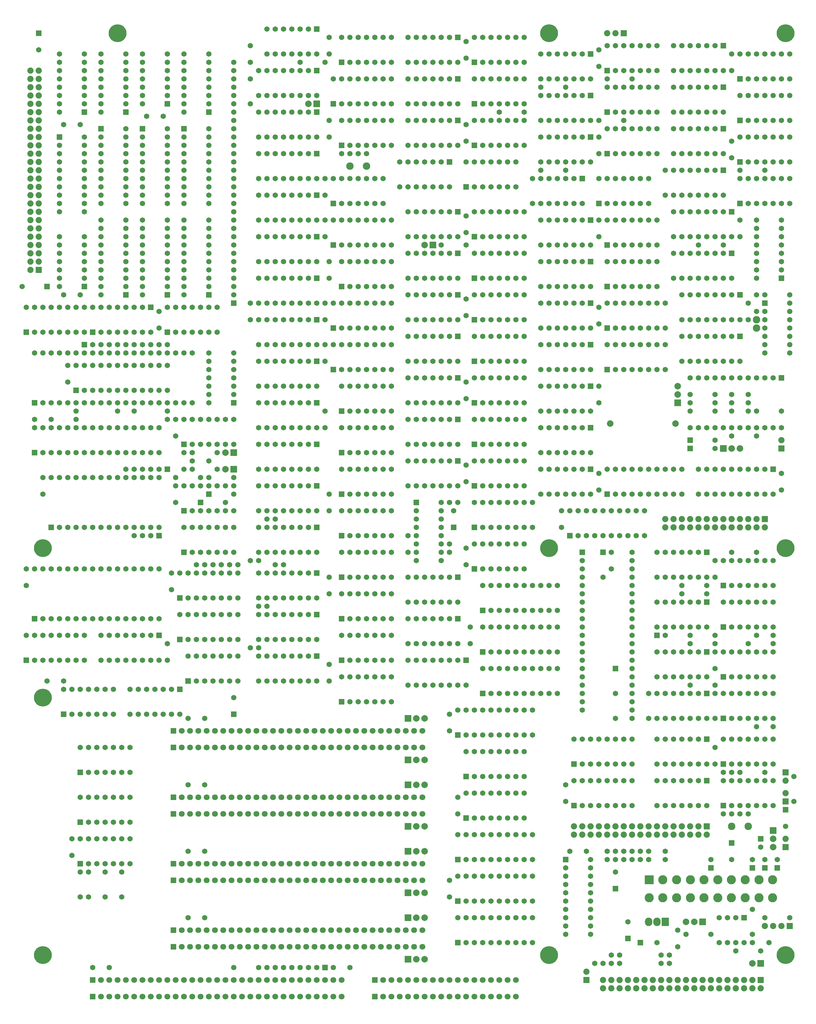
<source format=gbs>
G04*
G04  File:            MAINBOARD-V10.4.3.GBS, Wed Sep 10 00:17:25 2025*
G04  Source:          P-CAD 2006 PCB, Version 19.02.958, (D:\PCAD-2006\Projects\Pentagon-4096\Hardware\MainBoard-v10.4.3.PCB)*
G04  Format:          Gerber Format (RS-274-D), ASCII*
G04*
G04  Format Options:  Absolute Positioning*
G04                   Leading-Zero Suppression*
G04                   Scale Factor 1:1*
G04                   NO Circular Interpolation*
G04                   Inch Units*
G04                   Numeric Format: 4.4 (XXXX.XXXX)*
G04                   G54 NOT Used for Aperture Change*
G04                   Apertures Embedded*
G04*
G04  File Options:    Offset = (0.0mil,0.0mil)*
G04                   Drill Symbol Size = 80.0mil*
G04                   No Pad/Via Holes*
G04*
G04  File Contents:   Pads*
G04                   No Vias*
G04                   No Designators*
G04                   No Types*
G04                   No Values*
G04                   No Drill Symbols*
G04                   Bot Mask*
G04*
%INMAINBOARD-V10.4.3.GBS*%
%ICAS*%
%MOIN*%
G04*
G04  Aperture MACROs for general use --- invoked via D-code assignment *
G04*
G04  General MACRO for flashed round with rotation and/or offset hole *
%AMROTOFFROUND*
1,1,$1,0.0000,0.0000*
1,0,$2,$3,$4*%
G04*
G04  General MACRO for flashed oval (obround) with rotation and/or offset hole *
%AMROTOFFOVAL*
21,1,$1,$2,0.0000,0.0000,$3*
1,1,$4,$5,$6*
1,1,$4,0-$5,0-$6*
1,0,$7,$8,$9*%
G04*
G04  General MACRO for flashed oval (obround) with rotation and no hole *
%AMROTOVALNOHOLE*
21,1,$1,$2,0.0000,0.0000,$3*
1,1,$4,$5,$6*
1,1,$4,0-$5,0-$6*%
G04*
G04  General MACRO for flashed rectangle with rotation and/or offset hole *
%AMROTOFFRECT*
21,1,$1,$2,0.0000,0.0000,$3*
1,0,$4,$5,$6*%
G04*
G04  General MACRO for flashed rectangle with rotation and no hole *
%AMROTRECTNOHOLE*
21,1,$1,$2,0.0000,0.0000,$3*%
G04*
G04  General MACRO for flashed rounded-rectangle *
%AMROUNDRECT*
21,1,$1,$2-$4,0.0000,0.0000,$3*
21,1,$1-$4,$2,0.0000,0.0000,$3*
1,1,$4,$5,$6*
1,1,$4,$7,$8*
1,1,$4,0-$5,0-$6*
1,1,$4,0-$7,0-$8*
1,0,$9,$10,$11*%
G04*
G04  General MACRO for flashed rounded-rectangle with rotation and no hole *
%AMROUNDRECTNOHOLE*
21,1,$1,$2-$4,0.0000,0.0000,$3*
21,1,$1-$4,$2,0.0000,0.0000,$3*
1,1,$4,$5,$6*
1,1,$4,$7,$8*
1,1,$4,0-$5,0-$6*
1,1,$4,0-$7,0-$8*%
G04*
G04  General MACRO for flashed regular polygon *
%AMREGPOLY*
5,1,$1,0.0000,0.0000,$2,$3+$4*
1,0,$5,$6,$7*%
G04*
G04  General MACRO for flashed regular polygon with no hole *
%AMREGPOLYNOHOLE*
5,1,$1,0.0000,0.0000,$2,$3+$4*%
G04*
G04  General MACRO for target *
%AMTARGET*
6,0,0,$1,$2,$3,4,$4,$5,$6*%
G04*
G04  General MACRO for mounting hole *
%AMMTHOLE*
1,1,$1,0,0*
1,0,$2,0,0*
$1=$1-$2*
$1=$1/2*
21,1,$2+$1,$3,0,0,$4*
21,1,$3,$2+$1,0,0,$4*%
G04*
G04*
G04  D10 : "Ellipse X8.0mil Y8.0mil H0.0mil 0.0deg (0.0mil,0.0mil) Draw"*
G04  Disc: OuterDia=0.0080*
%ADD10C, 0.0080*%
G04  D11 : "Ellipse X10.0mil Y10.0mil H0.0mil 0.0deg (0.0mil,0.0mil) Draw"*
G04  Disc: OuterDia=0.0100*
%ADD11C, 0.0100*%
G04  D12 : "Ellipse X15.0mil Y15.0mil H0.0mil 0.0deg (0.0mil,0.0mil) Draw"*
G04  Disc: OuterDia=0.0150*
%ADD12C, 0.0150*%
G04  D13 : "Ellipse X25.0mil Y25.0mil H0.0mil 0.0deg (0.0mil,0.0mil) Draw"*
G04  Disc: OuterDia=0.0250*
%ADD13C, 0.0250*%
G04  D14 : "Ellipse X30.0mil Y30.0mil H0.0mil 0.0deg (0.0mil,0.0mil) Draw"*
G04  Disc: OuterDia=0.0300*
%ADD14C, 0.0300*%
G04  D15 : "Ellipse X40.0mil Y40.0mil H0.0mil 0.0deg (0.0mil,0.0mil) Draw"*
G04  Disc: OuterDia=0.0400*
%ADD15C, 0.0400*%
G04  D16 : "Ellipse X5.0mil Y5.0mil H0.0mil 0.0deg (0.0mil,0.0mil) Draw"*
G04  Disc: OuterDia=0.0050*
%ADD16C, 0.0050*%
G04  D17 : "Ellipse X6.0mil Y6.0mil H0.0mil 0.0deg (0.0mil,0.0mil) Draw"*
G04  Disc: OuterDia=0.0060*
%ADD17C, 0.0060*%
G04  D18 : "Ellipse X9.8mil Y9.8mil H0.0mil 0.0deg (0.0mil,0.0mil) Draw"*
G04  Disc: OuterDia=0.0098*
%ADD18C, 0.0098*%
G04  D19 : "Ellipse X110.0mil Y110.0mil H0.0mil 0.0deg (0.0mil,0.0mil) Flash"*
G04  Disc: OuterDia=0.1100*
%ADD19C, 0.1100*%
G04  D20 : "Ellipse X200.0mil Y200.0mil H0.0mil 0.0deg (0.0mil,0.0mil) Flash"*
G04  Disc: OuterDia=0.2000*
%ADD20C, 0.2000*%
G04  D21 : "Ellipse X215.0mil Y215.0mil H0.0mil 0.0deg (0.0mil,0.0mil) Flash"*
G04  Disc: OuterDia=0.2150*
%ADD21C, 0.2150*%
G04  D22 : "Ellipse X50.0mil Y50.0mil H0.0mil 0.0deg (0.0mil,0.0mil) Flash"*
G04  Disc: OuterDia=0.0500*
%ADD22C, 0.0500*%
G04  D23 : "Ellipse X56.0mil Y56.0mil H0.0mil 0.0deg (0.0mil,0.0mil) Flash"*
G04  Disc: OuterDia=0.0560*
%ADD23C, 0.0560*%
G04  D24 : "Ellipse X60.0mil Y60.0mil H0.0mil 0.0deg (0.0mil,0.0mil) Flash"*
G04  Disc: OuterDia=0.0600*
%ADD24C, 0.0600*%
G04  D25 : "Ellipse X64.0mil Y64.0mil H0.0mil 0.0deg (0.0mil,0.0mil) Flash"*
G04  Disc: OuterDia=0.0640*
%ADD25C, 0.0640*%
G04  D26 : "Ellipse X65.0mil Y65.0mil H0.0mil 0.0deg (0.0mil,0.0mil) Flash"*
G04  Disc: OuterDia=0.0650*
%ADD26C, 0.0650*%
G04  D27 : "Ellipse X71.0mil Y71.0mil H0.0mil 0.0deg (0.0mil,0.0mil) Flash"*
G04  Disc: OuterDia=0.0710*
%ADD27C, 0.0710*%
G04  D28 : "Ellipse X75.0mil Y75.0mil H0.0mil 0.0deg (0.0mil,0.0mil) Flash"*
G04  Disc: OuterDia=0.0750*
%ADD28C, 0.0750*%
G04  D29 : "Ellipse X79.0mil Y79.0mil H0.0mil 0.0deg (0.0mil,0.0mil) Flash"*
G04  Disc: OuterDia=0.0790*
%ADD29C, 0.0790*%
G04  D30 : "Ellipse X90.0mil Y90.0mil H0.0mil 0.0deg (0.0mil,0.0mil) Flash"*
G04  Disc: OuterDia=0.0900*
%ADD30C, 0.0900*%
G04  D31 : "Ellipse X95.0mil Y95.0mil H0.0mil 0.0deg (0.0mil,0.0mil) Flash"*
G04  Disc: OuterDia=0.0950*
%ADD31C, 0.0950*%
G04  D32 : "Oval X75.0mil Y87.0mil H0.0mil 0.0deg (0.0mil,0.0mil) Flash"*
G04  Obround: DimX=0.0750, DimY=0.0870, Rotation=0.0, OffsetX=0.0000, OffsetY=0.0000, HoleDia=0.0000 *
%ADD32O, 0.0750 X0.0870*%
G04  D33 : "Oval X90.0mil Y102.0mil H0.0mil 0.0deg (0.0mil,0.0mil) Flash"*
G04  Obround: DimX=0.0900, DimY=0.1020, Rotation=0.0, OffsetX=0.0000, OffsetY=0.0000, HoleDia=0.0000 *
%ADD33O, 0.0900 X0.1020*%
G04  D34 : "Rectangle X110.0mil Y110.0mil H0.0mil 0.0deg (0.0mil,0.0mil) Flash"*
G04  Square: Side=0.1100, Rotation=0.0, OffsetX=0.0000, OffsetY=0.0000, HoleDia=0.0000*
%ADD34R, 0.1100 X0.1100*%
G04  D35 : "Rectangle X50.0mil Y50.0mil H0.0mil 0.0deg (0.0mil,0.0mil) Flash"*
G04  Square: Side=0.0500, Rotation=0.0, OffsetX=0.0000, OffsetY=0.0000, HoleDia=0.0000*
%ADD35R, 0.0500 X0.0500*%
G04  D36 : "Rectangle X56.0mil Y56.0mil H0.0mil 0.0deg (0.0mil,0.0mil) Flash"*
G04  Square: Side=0.0560, Rotation=0.0, OffsetX=0.0000, OffsetY=0.0000, HoleDia=0.0000*
%ADD36R, 0.0560 X0.0560*%
G04  D37 : "Rectangle X60.0mil Y60.0mil H0.0mil 0.0deg (0.0mil,0.0mil) Flash"*
G04  Square: Side=0.0600, Rotation=0.0, OffsetX=0.0000, OffsetY=0.0000, HoleDia=0.0000*
%ADD37R, 0.0600 X0.0600*%
G04  D38 : "Rectangle X64.0mil Y64.0mil H0.0mil 0.0deg (0.0mil,0.0mil) Flash"*
G04  Square: Side=0.0640, Rotation=0.0, OffsetX=0.0000, OffsetY=0.0000, HoleDia=0.0000*
%ADD38R, 0.0640 X0.0640*%
G04  D39 : "Rectangle X65.0mil Y65.0mil H0.0mil 0.0deg (0.0mil,0.0mil) Flash"*
G04  Square: Side=0.0650, Rotation=0.0, OffsetX=0.0000, OffsetY=0.0000, HoleDia=0.0000*
%ADD39R, 0.0650 X0.0650*%
G04  D40 : "Rectangle X71.0mil Y71.0mil H0.0mil 0.0deg (0.0mil,0.0mil) Flash"*
G04  Square: Side=0.0710, Rotation=0.0, OffsetX=0.0000, OffsetY=0.0000, HoleDia=0.0000*
%ADD40R, 0.0710 X0.0710*%
G04  D41 : "Rectangle X75.0mil Y75.0mil H0.0mil 0.0deg (0.0mil,0.0mil) Flash"*
G04  Square: Side=0.0750, Rotation=0.0, OffsetX=0.0000, OffsetY=0.0000, HoleDia=0.0000*
%ADD41R, 0.0750 X0.0750*%
G04  D42 : "Rectangle X75.0mil Y87.0mil H0.0mil 0.0deg (0.0mil,0.0mil) Flash"*
G04  Rectangular: DimX=0.0750, DimY=0.0870, Rotation=0.0, OffsetX=0.0000, OffsetY=0.0000, HoleDia=0.0000 *
%ADD42R, 0.0750 X0.0870*%
G04  D43 : "Rectangle X79.0mil Y79.0mil H0.0mil 0.0deg (0.0mil,0.0mil) Flash"*
G04  Square: Side=0.0790, Rotation=0.0, OffsetX=0.0000, OffsetY=0.0000, HoleDia=0.0000*
%ADD43R, 0.0790 X0.0790*%
G04  D44 : "Rectangle X90.0mil Y102.0mil H0.0mil 0.0deg (0.0mil,0.0mil) Flash"*
G04  Rectangular: DimX=0.0900, DimY=0.1020, Rotation=0.0, OffsetX=0.0000, OffsetY=0.0000, HoleDia=0.0000 *
%ADD44R, 0.0900 X0.1020*%
G04  D45 : "Rectangle X95.0mil Y95.0mil H0.0mil 0.0deg (0.0mil,0.0mil) Flash"*
G04  Square: Side=0.0950, Rotation=0.0, OffsetX=0.0000, OffsetY=0.0000, HoleDia=0.0000*
%ADD45R, 0.0950 X0.0950*%
G04  D46 : "Ellipse X102.0mil Y102.0mil H0.0mil 0.0deg (0.0mil,0.0mil) Flash"*
G04  Disc: OuterDia=0.1020*
%ADD46C, 0.1020*%
G04  D47 : "Ellipse X118.0mil Y118.0mil H0.0mil 0.0deg (0.0mil,0.0mil) Flash"*
G04  Disc: OuterDia=0.1180*
%ADD47C, 0.1180*%
G04  D48 : "Ellipse X133.0mil Y133.0mil H0.0mil 0.0deg (0.0mil,0.0mil) Flash"*
G04  Disc: OuterDia=0.1330*
%ADD48C, 0.1330*%
G04  D49 : "Ellipse X20.0mil Y20.0mil H0.0mil 0.0deg (0.0mil,0.0mil) Flash"*
G04  Disc: OuterDia=0.0200*
%ADD49C, 0.0200*%
G04  D50 : "Ellipse X35.0mil Y35.0mil H0.0mil 0.0deg (0.0mil,0.0mil) Flash"*
G04  Disc: OuterDia=0.0350*
%ADD50C, 0.0350*%
G04  D51 : "Ellipse X55.0mil Y55.0mil H0.0mil 0.0deg (0.0mil,0.0mil) Flash"*
G04  Disc: OuterDia=0.0550*
%ADD51C, 0.0550*%
G04  D52 : "Ellipse X70.0mil Y70.0mil H0.0mil 0.0deg (0.0mil,0.0mil) Flash"*
G04  Disc: OuterDia=0.0700*
%ADD52C, 0.0700*%
G04  D53 : "Ellipse X87.0mil Y87.0mil H0.0mil 0.0deg (0.0mil,0.0mil) Flash"*
G04  Disc: OuterDia=0.0870*
%ADD53C, 0.0870*%
G04*
%FSLAX44Y44*%
%SFA1B1*%
%OFA0.0000B0.0000*%
G04*
G70*
G90*
G01*
D2*
%LNBot Mask*%
D26*
X154000Y123500D3*
Y125500D3*
X155000Y153500D3*
Y155500D3*
Y183500D3*
Y185500D3*
Y204500D3*
Y206500D3*
D21*
X193500Y106500D3*
Y217500D3*
D26*
X104000Y162000D3*
Y164000D3*
X107000Y175500D3*
Y177500D3*
X109500Y116500D3*
Y113500D3*
X108500Y116500D3*
Y113500D3*
X111500Y116500D3*
Y113500D3*
X119000Y144000D3*
Y142000D3*
X118000Y177500D3*
Y174500D3*
X119000Y172000D3*
Y171000D3*
Y177500D3*
Y174500D3*
X118000Y184000D3*
Y182000D3*
X121000Y167000D3*
Y165000D3*
X127500Y153500D3*
X126500D3*
X138500Y141500D3*
Y139500D3*
Y152000D3*
Y150000D3*
Y162000D3*
Y160000D3*
Y188000D3*
Y190000D3*
Y215000D3*
Y217000D3*
X148000Y155000D3*
Y157000D3*
X155000Y163500D3*
Y165500D3*
Y173500D3*
Y175500D3*
Y214500D3*
Y216500D3*
X167000Y125000D3*
Y127000D3*
X166500Y158000D3*
Y160000D3*
X172500Y105500D3*
Y106500D3*
X173000Y118000D3*
Y119000D3*
X172000D3*
Y118000D3*
D39*
X173000Y141000D3*
D26*
Y138000D3*
X172500Y155000D3*
Y153000D3*
X175000Y118000D3*
Y119000D3*
X176000Y118000D3*
Y119000D3*
X178500Y105500D3*
Y106500D3*
D39*
X184500Y117000D3*
D26*
Y118000D3*
X185000Y131500D3*
Y129500D3*
Y141000D3*
Y143000D3*
Y135000D3*
Y138000D3*
Y152000D3*
Y154000D3*
X187000Y202500D3*
Y204500D3*
Y213000D3*
Y215000D3*
D39*
X190500Y120500D3*
D26*
Y119500D3*
X190000Y186000D3*
Y184000D3*
D39*
X193500Y124000D3*
D26*
Y122000D3*
D41*
Y128500D3*
D28*
Y127500D3*
D21*
Y155500D3*
D26*
X193000Y164500D3*
Y162500D3*
D39*
X110000Y181500D3*
D26*
Y184500D3*
X138500Y205000D3*
Y207000D3*
X155000Y193500D3*
Y195500D3*
X180500Y109500D3*
Y107500D3*
X188000Y195000D3*
Y193000D3*
X189500Y109000D3*
Y112000D3*
D41*
X193500Y119500D3*
D28*
Y120500D3*
D21*
X104000Y106500D3*
D26*
X104500Y139500D3*
X106500D3*
X119500Y150500D3*
Y152500D3*
X117000Y157000D3*
X116000D3*
D39*
X118000D3*
D26*
X115000D3*
Y172000D3*
X113000D3*
X118500Y207500D3*
X116500D3*
D21*
X113000Y217500D3*
D26*
X131000Y148500D3*
X130000D3*
X124000Y164000D3*
X127000D3*
X122000Y166000D3*
X124000D3*
X122000Y167000D3*
X125000D3*
X142000Y203000D3*
X143000D3*
X140000D3*
X141000D3*
X135000Y214000D3*
X138000D3*
D29*
X150000Y119000D3*
D43*
X148000D3*
D29*
X149000D3*
X150000Y122000D3*
D43*
X148000D3*
D29*
X149000D3*
X150000Y127000D3*
D43*
X148000D3*
D29*
X149000D3*
X150000Y130000D3*
D43*
X148000D3*
D29*
X149000D3*
D21*
X165000Y106500D3*
D26*
X162000Y208000D3*
X159000D3*
X167000Y211000D3*
X164000D3*
D21*
X165000Y217500D3*
D39*
X174500Y108500D3*
D26*
Y110500D3*
D39*
X173000Y114500D3*
D26*
Y116500D3*
X179000Y119000D3*
Y118000D3*
D39*
X178000Y145000D3*
D26*
X179000D3*
X171000Y162500D3*
Y164500D3*
X172000Y212000D3*
X175000D3*
X171000Y213500D3*
Y215500D3*
X187500Y107000D3*
X190500D3*
D30*
X187000Y122000D3*
X189000D3*
D26*
X190000Y134000D3*
X192000D3*
X185000Y139000D3*
X182000D3*
X192000Y145000D3*
X190000D3*
X185000D3*
X182000D3*
X190000Y155000D3*
X187000D3*
Y169000D3*
X190000D3*
X187000Y172000D3*
X189000D3*
Y173000D3*
X187000D3*
X182000D3*
X185000D3*
Y172000D3*
X182000D3*
X107500Y118500D3*
Y120500D3*
D21*
X104000Y137500D3*
D26*
X102000Y151000D3*
Y153000D3*
D21*
X104000Y155500D3*
D26*
X105000Y171000D3*
X103000D3*
X108000Y172000D3*
Y171000D3*
D39*
X104500Y187000D3*
D26*
X101500D3*
X108500Y186000D3*
X106500D3*
X108500Y206500D3*
X106500D3*
X110000Y105000D3*
X112000D3*
X113500Y116500D3*
Y113500D3*
X116500Y138500D3*
X115500D3*
X118500D3*
X119500D3*
X115500Y135500D3*
X116500D3*
X119500D3*
X118500D3*
X117500Y138500D3*
X114500D3*
D39*
X120500D3*
D26*
X114500Y135500D3*
X117500D3*
X120500D3*
X115000Y165000D3*
X114000D3*
X117000D3*
X118000D3*
X116000D3*
D39*
X119000D3*
D26*
X120000Y161000D3*
Y163000D3*
X119000Y180000D3*
X118000D3*
X114000Y215000D3*
Y212000D3*
Y213000D3*
Y210000D3*
Y209000D3*
X111000Y215000D3*
Y213000D3*
Y212000D3*
Y209000D3*
Y210000D3*
X114000Y211000D3*
Y214000D3*
D39*
Y208000D3*
D26*
X111000Y214000D3*
Y211000D3*
Y208000D3*
X119000Y213000D3*
Y214000D3*
Y211000D3*
Y210000D3*
X116000Y214000D3*
Y213000D3*
Y210000D3*
Y211000D3*
X119000Y212000D3*
Y215000D3*
D39*
Y209000D3*
D26*
X116000Y215000D3*
Y212000D3*
Y209000D3*
X130000Y105000D3*
X127000D3*
D39*
Y135500D3*
D26*
Y137500D3*
X130000Y143500D3*
X129000D3*
X123500Y153500D3*
X122500D3*
X125500D3*
X124500D3*
X130000Y154000D3*
X129000D3*
D39*
X124000Y162000D3*
D26*
X127000D3*
X122000Y165000D3*
X125000D3*
D29*
X126000Y167000D3*
D43*
X127000D3*
D29*
X126000Y165000D3*
D43*
X127000D3*
D26*
Y177000D3*
Y178000D3*
Y175000D3*
Y174000D3*
X124000Y178000D3*
Y177000D3*
Y174000D3*
Y175000D3*
X127000Y176000D3*
Y179000D3*
D39*
Y173000D3*
D26*
X124000Y179000D3*
Y176000D3*
Y173000D3*
X129000Y183000D3*
Y185000D3*
Y209000D3*
Y212000D3*
Y216000D3*
Y214000D3*
X141000Y105000D3*
X139000D3*
X138000Y178000D3*
Y180000D3*
Y172000D3*
Y170000D3*
Y183000D3*
Y185000D3*
D30*
X141000Y201500D3*
X143000D3*
D26*
X138000Y198000D3*
Y200000D3*
X153000Y113500D3*
Y115500D3*
X148000Y142000D3*
X151000D3*
X150000D3*
X153000D3*
X154000D3*
X148000Y139000D3*
X150000D3*
X151000D3*
X153000D3*
X154000D3*
X152000Y142000D3*
X149000D3*
D39*
X155000D3*
D26*
X149000Y139000D3*
X152000D3*
X155000D3*
D29*
X150000Y135000D3*
D43*
X148000D3*
D29*
X149000D3*
D26*
X150000Y152000D3*
X149000D3*
X152000D3*
X153000D3*
X149000Y149000D3*
X150000D3*
X153000D3*
X152000D3*
X151000Y152000D3*
X148000D3*
D39*
X154000D3*
D26*
X148000Y149000D3*
X151000D3*
X154000D3*
X153000Y155000D3*
Y156000D3*
D39*
X153500Y158000D3*
D26*
Y160000D3*
X150000Y166000D3*
X149000D3*
X152000D3*
X153000D3*
X149000Y163000D3*
X150000D3*
X153000D3*
X152000D3*
X151000Y166000D3*
X148000D3*
D39*
X154000D3*
D26*
X148000Y163000D3*
X151000D3*
X154000D3*
Y161000D3*
X153000D3*
X150000Y176000D3*
X149000D3*
X152000D3*
X153000D3*
X149000Y173000D3*
X150000D3*
X153000D3*
X152000D3*
X151000Y176000D3*
X148000D3*
D39*
X154000D3*
D26*
X148000Y173000D3*
X151000D3*
X154000D3*
X152000Y192000D3*
X155000D3*
X150000Y186000D3*
X149000D3*
X152000D3*
X153000D3*
X149000Y183000D3*
X150000D3*
X153000D3*
X152000D3*
X151000Y186000D3*
X148000D3*
D39*
X154000D3*
D26*
X148000Y183000D3*
X151000D3*
X154000D3*
X150000Y191000D3*
X149000D3*
X152000D3*
X153000D3*
X149000Y188000D3*
X150000D3*
X153000D3*
X152000D3*
X151000Y191000D3*
X148000D3*
D39*
X154000D3*
D26*
X148000Y188000D3*
X151000D3*
X154000D3*
X149000Y202000D3*
X148000D3*
X151000D3*
X152000D3*
X148000Y199000D3*
X149000D3*
X152000D3*
X151000D3*
X150000Y202000D3*
X147000D3*
D39*
X153000D3*
D26*
X147000Y199000D3*
X150000D3*
X153000D3*
X150000Y212000D3*
X149000D3*
X152000D3*
X153000D3*
X149000Y209000D3*
X150000D3*
X153000D3*
X152000D3*
X151000Y212000D3*
X148000D3*
D39*
X154000D3*
D26*
X148000Y209000D3*
X151000D3*
X154000D3*
D21*
X165000Y155500D3*
D26*
X164000Y201000D3*
X167000D3*
D39*
X176000Y108000D3*
D26*
X178000D3*
X170500Y105500D3*
X171500D3*
X173500D3*
Y106500D3*
X179500Y105500D3*
Y106500D3*
X177000Y118000D3*
Y119000D3*
X174000D3*
Y118000D3*
X173000Y135000D3*
X175000D3*
D39*
X171500Y155000D3*
D26*
Y152000D3*
X171000Y173000D3*
Y175000D3*
X179000Y177000D3*
X176000D3*
X177000D3*
X174000D3*
X173000D3*
X179000Y180000D3*
X177000D3*
X176000D3*
X173000D3*
X174000D3*
X175000Y177000D3*
X178000D3*
D39*
X172000D3*
D26*
X178000Y180000D3*
X175000D3*
X172000D3*
D29*
X180500Y174000D3*
Y175000D3*
D43*
Y173000D3*
D26*
X179000Y182000D3*
X176000D3*
X177000D3*
X174000D3*
X173000D3*
X179000Y185000D3*
X177000D3*
X176000D3*
X173000D3*
X174000D3*
X175000Y182000D3*
X178000D3*
D39*
X172000D3*
D26*
X178000Y185000D3*
X175000D3*
X172000D3*
X176000Y187000D3*
X177000D3*
X174000D3*
X173000D3*
X177000Y190000D3*
X176000D3*
X173000D3*
X174000D3*
X175000Y187000D3*
X178000D3*
D39*
X172000D3*
D26*
X178000Y190000D3*
X175000D3*
X172000D3*
X171000Y182500D3*
Y184500D3*
Y203000D3*
Y205000D3*
X175000Y197000D3*
X176000D3*
X173000D3*
X172000D3*
X176000Y200000D3*
X175000D3*
X172000D3*
X173000D3*
X174000Y197000D3*
X177000D3*
D39*
X171000D3*
D26*
X177000Y200000D3*
X174000D3*
X171000D3*
X176000Y208000D3*
X177000D3*
X174000D3*
X173000D3*
X177000Y211000D3*
X176000D3*
X173000D3*
X174000D3*
X175000Y208000D3*
X178000D3*
D39*
X172000D3*
D26*
X178000Y211000D3*
X175000D3*
X172000D3*
X176000Y213000D3*
X177000D3*
X174000D3*
X173000D3*
X177000Y216000D3*
X176000D3*
X173000D3*
X174000D3*
X175000Y213000D3*
X178000D3*
D39*
X172000D3*
D26*
X178000Y216000D3*
X175000D3*
X172000D3*
X171000Y207000D3*
X174000D3*
X191500Y108000D3*
X189500D3*
D29*
Y105500D3*
D43*
X190500D3*
D39*
X187000Y120000D3*
D26*
Y118000D3*
D39*
X189500Y117000D3*
D26*
Y118000D3*
D39*
X191000Y117000D3*
D26*
Y118000D3*
X190000Y129500D3*
X191000D3*
X188000D3*
X187000D3*
X191000Y132500D3*
X190000D3*
X187000D3*
X188000D3*
X189000Y129500D3*
X192000D3*
D39*
X186000D3*
D26*
X192000Y132500D3*
X189000D3*
X186000D3*
X190000Y124500D3*
X191000D3*
X188000D3*
X187000D3*
X191000Y127500D3*
X190000D3*
X187000D3*
X188000D3*
X189000Y124500D3*
X192000D3*
D39*
X186000D3*
D26*
X192000Y127500D3*
X189000D3*
X186000D3*
Y123500D3*
X187000D3*
X188000D3*
X189000D3*
X191000Y128500D3*
X188000D3*
X187000D3*
X186000D3*
X190000Y140000D3*
X191000D3*
X188000D3*
X187000D3*
X191000Y143000D3*
X190000D3*
X187000D3*
X188000D3*
X189000Y140000D3*
X192000D3*
D39*
X186000D3*
D26*
X192000Y143000D3*
X189000D3*
X186000D3*
X190000Y135000D3*
X191000D3*
X188000D3*
X187000D3*
X191000Y138000D3*
X190000D3*
X187000D3*
X188000D3*
X189000Y135000D3*
X192000D3*
D39*
X186000D3*
D26*
X192000Y138000D3*
X189000D3*
X186000D3*
X192000Y144000D3*
X189000D3*
X185000D3*
X182000D3*
X190000Y151000D3*
X191000D3*
X188000D3*
X187000D3*
X191000Y154000D3*
X190000D3*
X187000D3*
X188000D3*
X189000Y151000D3*
X192000D3*
D39*
X186000D3*
D26*
X192000Y154000D3*
X189000D3*
X186000D3*
X190000Y146000D3*
X191000D3*
X188000D3*
X187000D3*
X191000Y149000D3*
X190000D3*
X187000D3*
X188000D3*
X189000Y146000D3*
X192000D3*
D39*
X186000D3*
D26*
X192000Y149000D3*
X189000D3*
X186000D3*
X184000Y165000D3*
X183000D3*
X187000D3*
X186000D3*
X190000D3*
X189000D3*
D39*
X192000D3*
D26*
X184000Y162000D3*
X183000D3*
X187000D3*
X186000D3*
X190000D3*
X189000D3*
X192000D3*
X185000Y165000D3*
X188000D3*
X191000D3*
X185000Y162000D3*
X188000D3*
X191000D3*
D39*
X182000Y167500D3*
D26*
X185000D3*
D29*
X188000D3*
D43*
X186000D3*
D29*
X187000D3*
D26*
X189000Y174000D3*
X187000D3*
X185000D3*
X182000D3*
X183000Y192000D3*
X186000D3*
X189000Y185000D3*
Y183000D3*
X188000Y201000D3*
X191000D3*
X194500Y125000D3*
Y128000D3*
D39*
X103500Y217500D3*
D26*
Y215500D3*
X111000Y145000D3*
X114000D3*
X113000D3*
X116000D3*
X117000D3*
X111000Y142000D3*
X113000D3*
X114000D3*
X116000D3*
X117000D3*
X115000Y145000D3*
X112000D3*
D39*
X118000D3*
D26*
X112000Y142000D3*
X115000D3*
X118000D3*
X114000Y194000D3*
Y195000D3*
Y191000D3*
Y192000D3*
Y188000D3*
Y189000D3*
D39*
Y186000D3*
D26*
X111000Y194000D3*
Y195000D3*
Y191000D3*
Y192000D3*
Y188000D3*
Y189000D3*
Y186000D3*
X114000Y193000D3*
Y190000D3*
Y187000D3*
X111000Y193000D3*
Y190000D3*
Y187000D3*
X119000Y194000D3*
Y195000D3*
Y191000D3*
Y192000D3*
Y188000D3*
Y189000D3*
D39*
Y186000D3*
D26*
X116000Y194000D3*
Y195000D3*
Y191000D3*
Y192000D3*
Y188000D3*
Y189000D3*
Y186000D3*
X119000Y193000D3*
Y190000D3*
Y187000D3*
X116000Y193000D3*
Y190000D3*
Y187000D3*
X120000Y169000D3*
Y171000D3*
X113000Y184500D3*
X112000D3*
X115000D3*
X116000D3*
X112000Y181500D3*
X113000D3*
X116000D3*
X115000D3*
X114000Y184500D3*
X111000D3*
D39*
X117000D3*
D26*
X111000Y181500D3*
X114000D3*
X117000D3*
X138000Y193000D3*
Y195000D3*
X153000Y133500D3*
Y135500D3*
X150000Y147000D3*
X149000D3*
X152000D3*
X153000D3*
X149000Y144000D3*
X150000D3*
X153000D3*
X152000D3*
X151000Y147000D3*
X148000D3*
D39*
X154000D3*
D26*
X148000Y144000D3*
X151000D3*
X154000D3*
X155500Y146000D3*
Y144000D3*
X149000Y154000D3*
Y157000D3*
Y156000D3*
Y159000D3*
Y160000D3*
X152000Y154000D3*
Y156000D3*
Y157000D3*
Y160000D3*
Y159000D3*
X149000Y158000D3*
Y155000D3*
D39*
Y161000D3*
D26*
X152000Y155000D3*
Y158000D3*
Y161000D3*
X150000Y196000D3*
X149000D3*
X152000D3*
X153000D3*
X149000Y193000D3*
X150000D3*
X153000D3*
X152000D3*
X151000Y196000D3*
X148000D3*
D39*
X154000D3*
D26*
X148000Y193000D3*
X151000D3*
X154000D3*
X150000Y171000D3*
X149000D3*
X152000D3*
X153000D3*
X149000Y168000D3*
X150000D3*
X153000D3*
X152000D3*
X151000Y171000D3*
X148000D3*
D39*
X154000D3*
D26*
X148000Y168000D3*
X151000D3*
X154000D3*
X150000Y181000D3*
X149000D3*
X152000D3*
X153000D3*
X149000Y178000D3*
X150000D3*
X153000D3*
X152000D3*
X151000Y181000D3*
X148000D3*
D39*
X154000D3*
D26*
X148000Y178000D3*
X151000D3*
X154000D3*
D29*
X150000Y192000D3*
D43*
X151000D3*
D26*
X150000Y217000D3*
X149000D3*
X152000D3*
X153000D3*
X149000Y214000D3*
X150000D3*
X153000D3*
X152000D3*
X151000Y217000D3*
X148000D3*
D39*
X154000D3*
D26*
X148000Y214000D3*
X151000D3*
X154000D3*
X150000Y207000D3*
X149000D3*
X152000D3*
X153000D3*
X149000Y204000D3*
X150000D3*
X153000D3*
X152000D3*
X151000Y207000D3*
X148000D3*
D39*
X154000D3*
D26*
X148000Y204000D3*
X151000D3*
X154000D3*
D44*
X179000Y110500D3*
D33*
X177000D3*
X178000D3*
D26*
X171000Y193000D3*
Y195000D3*
X176000Y192000D3*
X177000D3*
X174000D3*
X173000D3*
X177000Y195000D3*
X176000D3*
X173000D3*
X174000D3*
X175000Y192000D3*
X178000D3*
D39*
X172000D3*
D26*
X178000Y195000D3*
X175000D3*
X172000D3*
D29*
X180250Y170500D3*
X172375D3*
D26*
X176000Y203000D3*
X177000D3*
X174000D3*
X173000D3*
X177000Y206000D3*
X176000D3*
X173000D3*
X174000D3*
X175000Y203000D3*
X178000D3*
D39*
X172000D3*
D26*
X178000Y206000D3*
X175000D3*
X172000D3*
X186500Y111000D3*
X185500D3*
D39*
X188500D3*
D26*
X186500Y108000D3*
X185500D3*
X188500D3*
X187500Y111000D3*
Y108000D3*
D29*
X192000Y119500D3*
D43*
Y121500D3*
D29*
Y120500D3*
D39*
X182000Y168500D3*
D26*
X185000D3*
D30*
X190000Y183000D3*
Y182000D3*
D26*
X106000Y197000D3*
Y196000D3*
Y200000D3*
Y199000D3*
Y203000D3*
Y202000D3*
D39*
Y205000D3*
D26*
X109000Y197000D3*
Y196000D3*
Y200000D3*
Y199000D3*
Y203000D3*
Y202000D3*
Y205000D3*
X106000Y198000D3*
Y201000D3*
Y204000D3*
X109000Y198000D3*
Y201000D3*
Y204000D3*
D28*
X102500Y212000D3*
Y213000D3*
Y209000D3*
Y210000D3*
Y206000D3*
Y207000D3*
Y203000D3*
Y204000D3*
Y200000D3*
Y201000D3*
Y197000D3*
Y198000D3*
Y194000D3*
Y195000D3*
Y191000D3*
Y192000D3*
Y189000D3*
Y211000D3*
Y208000D3*
Y205000D3*
Y202000D3*
Y199000D3*
Y196000D3*
Y193000D3*
Y190000D3*
X103500Y212000D3*
Y213000D3*
Y209000D3*
Y210000D3*
Y206000D3*
Y207000D3*
Y203000D3*
Y204000D3*
Y200000D3*
Y201000D3*
Y197000D3*
Y198000D3*
Y194000D3*
Y195000D3*
Y191000D3*
Y192000D3*
D41*
Y189000D3*
D28*
Y211000D3*
Y208000D3*
Y205000D3*
Y202000D3*
Y199000D3*
Y196000D3*
Y193000D3*
Y190000D3*
D26*
X111000Y198000D3*
Y197000D3*
Y201000D3*
Y200000D3*
Y204000D3*
Y203000D3*
D39*
Y206000D3*
D26*
X114000Y198000D3*
Y197000D3*
Y201000D3*
Y200000D3*
Y204000D3*
Y203000D3*
Y206000D3*
X111000Y199000D3*
Y202000D3*
Y205000D3*
X114000Y199000D3*
Y202000D3*
Y205000D3*
X116000Y198000D3*
Y197000D3*
Y201000D3*
Y200000D3*
Y204000D3*
Y203000D3*
D39*
Y206000D3*
D26*
X119000Y198000D3*
Y197000D3*
Y201000D3*
Y200000D3*
Y204000D3*
Y203000D3*
Y206000D3*
X116000Y199000D3*
Y202000D3*
Y205000D3*
X119000Y199000D3*
Y202000D3*
Y205000D3*
X127000Y214000D3*
Y213000D3*
Y211000D3*
Y210000D3*
Y208000D3*
Y207000D3*
Y205000D3*
Y204000D3*
Y202000D3*
Y201000D3*
Y199000D3*
Y198000D3*
Y196000D3*
Y195000D3*
Y193000D3*
Y192000D3*
Y190000D3*
Y189000D3*
Y187000D3*
Y186000D3*
Y212000D3*
Y209000D3*
Y206000D3*
Y203000D3*
Y200000D3*
Y197000D3*
Y194000D3*
Y191000D3*
Y188000D3*
D39*
Y185000D3*
D29*
X150000Y106000D3*
D43*
X148000D3*
D29*
X149000D3*
D26*
X123500Y119000D3*
X121500D3*
X123500Y127000D3*
X121500D3*
D39*
X123000Y161000D3*
D26*
X126000D3*
X123000Y164000D3*
X120000D3*
D29*
X136000Y209000D3*
D43*
X137000D3*
D41*
X194000Y110000D3*
D28*
X193000D3*
X191000D3*
X192000D3*
D26*
X181500Y109000D3*
X184500D3*
X167500Y119000D3*
X169500D3*
X184000Y151000D3*
X181000D3*
X193000Y172000D3*
X190000D3*
D41*
X174000Y217500D3*
D28*
X172000D3*
X173000D3*
D26*
X131000Y105000D3*
X133000D3*
X134000D3*
X136000D3*
X137000D3*
X132000D3*
X135000D3*
D39*
X138000D3*
D26*
X112500Y117500D3*
X113500D3*
X110500D3*
X109500D3*
X113500Y120500D3*
X112500D3*
X109500D3*
X110500D3*
X111500Y117500D3*
X114500D3*
D39*
X108500D3*
D26*
X114500Y120500D3*
X111500D3*
X108500D3*
X123500Y111000D3*
X121500D3*
D29*
X150000Y114000D3*
D43*
X148000D3*
D29*
X149000D3*
X150000Y111000D3*
D43*
X148000D3*
D29*
X149000D3*
D26*
X112500Y122500D3*
X113500D3*
X110500D3*
X109500D3*
X113500Y125500D3*
X112500D3*
X109500D3*
X110500D3*
X111500Y122500D3*
X114500D3*
D39*
X108500D3*
D26*
X114500Y125500D3*
X111500D3*
X108500D3*
X112500Y128500D3*
X113500D3*
X110500D3*
X109500D3*
X113500Y131500D3*
X112500D3*
X109500D3*
X110500D3*
X111500Y128500D3*
X114500D3*
D39*
X108500D3*
D26*
X114500Y131500D3*
X111500D3*
X108500D3*
X130000Y142500D3*
X133000D3*
X132000D3*
X135000D3*
X136000D3*
X130000Y139500D3*
X132000D3*
X133000D3*
X136000D3*
X135000D3*
X134000Y142500D3*
X131000D3*
D39*
X137000D3*
D26*
X131000Y139500D3*
X134000D3*
X137000D3*
X144000Y142000D3*
X145000D3*
X142000D3*
X141000D3*
X145000Y145000D3*
X144000D3*
X141000D3*
X142000D3*
X143000Y142000D3*
X146000D3*
D39*
X140000D3*
D26*
X146000Y145000D3*
X143000D3*
X140000D3*
X144000Y137000D3*
X145000D3*
X142000D3*
X141000D3*
X145000Y140000D3*
X144000D3*
X141000D3*
X142000D3*
X143000Y137000D3*
X146000D3*
D39*
X140000D3*
D26*
X146000Y140000D3*
X143000D3*
X140000D3*
X125500Y139500D3*
X126500D3*
X123500D3*
X122500D3*
X126500Y142500D3*
X125500D3*
X122500D3*
X123500D3*
X124500Y139500D3*
X127500D3*
D39*
X121500D3*
D26*
X127500Y142500D3*
X124500D3*
X121500D3*
X110500Y135500D3*
X111500D3*
X108500D3*
X107500D3*
X111500Y138500D3*
X110500D3*
X107500D3*
X108500D3*
X109500Y135500D3*
X112500D3*
D39*
X106500D3*
D26*
X112500Y138500D3*
X109500D3*
X106500D3*
X123500Y135000D3*
X121500D3*
X130000Y152500D3*
X133000D3*
X132000D3*
X135000D3*
X136000D3*
X130000Y149500D3*
X132000D3*
X133000D3*
X135000D3*
X136000D3*
X134000Y152500D3*
X131000D3*
D39*
X137000D3*
D26*
X131000Y149500D3*
X134000D3*
X137000D3*
X144000Y147000D3*
X145000D3*
X142000D3*
X141000D3*
X145000Y150000D3*
X144000D3*
X141000D3*
X142000D3*
X143000Y147000D3*
X146000D3*
D39*
X140000D3*
D26*
X146000Y150000D3*
X143000D3*
X140000D3*
X144000Y152000D3*
X145000D3*
X142000D3*
X141000D3*
X145000Y155000D3*
X144000D3*
X141000D3*
X142000D3*
X143000Y152000D3*
X146000D3*
D39*
X140000D3*
D26*
X146000Y155000D3*
X143000D3*
X140000D3*
X127500Y149500D3*
X124500D3*
X125500D3*
X122500D3*
X121500D3*
X127500Y152500D3*
X125500D3*
X124500D3*
X122500D3*
X121500D3*
X123500Y149500D3*
X126500D3*
D39*
X120500D3*
D26*
X126500Y152500D3*
X123500D3*
X120500D3*
X133000Y153500D3*
X132000D3*
X118000Y158000D3*
X116000D3*
X115000D3*
X113000D3*
X112000D3*
X110000D3*
X109000D3*
X107000D3*
X106000D3*
X118000Y164000D3*
X116000D3*
X115000D3*
X113000D3*
X112000D3*
X110000D3*
X109000D3*
X107000D3*
X106000D3*
X117000Y158000D3*
X114000D3*
X111000D3*
X108000D3*
D39*
X105000D3*
D26*
X117000Y164000D3*
X114000D3*
X111000D3*
X105000D3*
X108000D3*
X144000Y162000D3*
X145000D3*
X142000D3*
X141000D3*
X145000Y165000D3*
X144000D3*
X141000D3*
X142000D3*
X143000Y162000D3*
X146000D3*
D39*
X140000D3*
D26*
X146000Y165000D3*
X143000D3*
X140000D3*
X130000Y168000D3*
X133000D3*
X132000D3*
X135000D3*
X136000D3*
X130000Y165000D3*
X132000D3*
X133000D3*
X135000D3*
X136000D3*
X134000Y168000D3*
X131000D3*
D39*
X137000D3*
D26*
X131000Y165000D3*
X134000D3*
X137000D3*
X130000Y163000D3*
X133000D3*
X132000D3*
X135000D3*
X136000D3*
X130000Y160000D3*
X132000D3*
X133000D3*
X135000D3*
X136000D3*
X134000Y163000D3*
X131000D3*
D39*
X137000D3*
D26*
X131000Y160000D3*
X134000D3*
X137000D3*
X125000D3*
X126000D3*
X123000D3*
X122000D3*
X126000Y163000D3*
X125000D3*
X122000D3*
X123000D3*
X124000Y160000D3*
X127000D3*
D39*
X121000D3*
D26*
X127000Y163000D3*
X124000D3*
X121000D3*
X131000Y159000D3*
X132000D3*
X110000Y180000D3*
X111000D3*
X113000D3*
X114000D3*
X116000D3*
X117000D3*
D39*
X109000D3*
D26*
X112000D3*
X115000D3*
X130000Y178000D3*
X133000D3*
X132000D3*
X135000D3*
X136000D3*
X130000Y175000D3*
X132000D3*
X133000D3*
X135000D3*
X136000D3*
X134000Y178000D3*
X131000D3*
D39*
X137000D3*
D26*
X131000Y175000D3*
X134000D3*
X137000D3*
X130000Y173000D3*
X133000D3*
X132000D3*
X135000D3*
X136000D3*
X130000Y170000D3*
X132000D3*
X133000D3*
X135000D3*
X136000D3*
X134000Y173000D3*
X131000D3*
D39*
X137000D3*
D26*
X131000Y170000D3*
X134000D3*
X137000D3*
X116000Y174500D3*
X117000D3*
X113000D3*
X114000D3*
X110000D3*
X111000D3*
D39*
X108000D3*
D26*
X116000Y177500D3*
X117000D3*
X113000D3*
X114000D3*
X110000D3*
X111000D3*
X108000D3*
X115000Y174500D3*
X112000D3*
X109000D3*
X115000Y177500D3*
X112000D3*
X109000D3*
X146000Y177000D3*
X143000D3*
X144000D3*
X141000D3*
X140000D3*
X146000Y180000D3*
X144000D3*
X143000D3*
X141000D3*
X140000D3*
X142000Y177000D3*
X145000D3*
D39*
X139000D3*
D26*
X145000Y180000D3*
X142000D3*
X139000D3*
X144000Y172000D3*
X145000D3*
X142000D3*
X141000D3*
X145000Y175000D3*
X144000D3*
X141000D3*
X142000D3*
X143000Y172000D3*
X146000D3*
D39*
X140000D3*
D26*
X146000Y175000D3*
X143000D3*
X140000D3*
X130000Y188000D3*
X133000D3*
X132000D3*
X135000D3*
X136000D3*
X130000Y185000D3*
X132000D3*
X133000D3*
X135000D3*
X136000D3*
X134000Y188000D3*
X131000D3*
D39*
X137000D3*
D26*
X131000Y185000D3*
X134000D3*
X137000D3*
X146000Y182000D3*
X143000D3*
X144000D3*
X141000D3*
X140000D3*
X146000Y185000D3*
X144000D3*
X143000D3*
X141000D3*
X140000D3*
X142000Y182000D3*
X145000D3*
D39*
X139000D3*
D26*
X145000Y185000D3*
X142000D3*
X139000D3*
X144000Y187000D3*
X145000D3*
X142000D3*
X141000D3*
X145000Y190000D3*
X144000D3*
X141000D3*
X142000D3*
X143000Y187000D3*
X146000D3*
D39*
X140000D3*
D26*
X146000Y190000D3*
X143000D3*
X140000D3*
X130000Y198000D3*
X133000D3*
X132000D3*
X135000D3*
X136000D3*
X130000Y195000D3*
X132000D3*
X133000D3*
X135000D3*
X136000D3*
X134000Y198000D3*
X131000D3*
D39*
X137000D3*
D26*
X131000Y195000D3*
X134000D3*
X137000D3*
X130000Y203000D3*
X133000D3*
X132000D3*
X135000D3*
X136000D3*
X130000Y200000D3*
X132000D3*
X133000D3*
X135000D3*
X136000D3*
X134000Y203000D3*
X131000D3*
D39*
X137000D3*
D26*
X131000Y200000D3*
X134000D3*
X137000D3*
X143000Y197000D3*
X144000D3*
X141000D3*
X140000D3*
X144000Y200000D3*
X143000D3*
X140000D3*
X141000D3*
X142000Y197000D3*
X145000D3*
D39*
X139000D3*
D26*
X145000Y200000D3*
X142000D3*
X139000D3*
X130000Y213000D3*
X133000D3*
X132000D3*
X135000D3*
X136000D3*
X130000Y210000D3*
X132000D3*
X133000D3*
X135000D3*
X136000D3*
X134000Y213000D3*
X131000D3*
D39*
X137000D3*
D26*
X131000Y210000D3*
X134000D3*
X137000D3*
X109000Y215000D3*
Y212000D3*
Y213000D3*
Y210000D3*
Y209000D3*
X106000Y215000D3*
Y213000D3*
Y212000D3*
Y209000D3*
Y210000D3*
X109000Y211000D3*
Y214000D3*
D39*
Y208000D3*
D26*
X106000Y214000D3*
Y211000D3*
Y208000D3*
X124000Y215000D3*
Y212000D3*
Y213000D3*
Y210000D3*
Y209000D3*
X121000Y215000D3*
Y213000D3*
Y212000D3*
Y209000D3*
Y210000D3*
X124000Y211000D3*
Y214000D3*
D39*
Y208000D3*
D26*
X121000Y214000D3*
Y211000D3*
Y208000D3*
X144000Y214000D3*
X145000D3*
X142000D3*
X141000D3*
X145000Y217000D3*
X144000D3*
X141000D3*
X142000D3*
X143000Y214000D3*
X146000D3*
D39*
X140000D3*
D26*
X146000Y217000D3*
X143000D3*
X140000D3*
X146000Y209000D3*
X143000D3*
X144000D3*
X141000D3*
X140000D3*
X146000Y212000D3*
X144000D3*
X143000D3*
X141000D3*
X140000D3*
X142000Y209000D3*
X145000D3*
D39*
X139000D3*
D26*
X145000Y212000D3*
X142000D3*
X139000D3*
D41*
X169500Y103500D3*
D28*
Y104500D3*
X171500Y102500D3*
X174500D3*
X173500D3*
X177500D3*
X176500D3*
X180500D3*
X179500D3*
X183500D3*
X182500D3*
X186500D3*
X185500D3*
X189500D3*
X188500D3*
X172500D3*
X175500D3*
X178500D3*
X181500D3*
X184500D3*
X187500D3*
X190500D3*
X171500Y103500D3*
X174500D3*
X173500D3*
X177500D3*
X176500D3*
X180500D3*
X179500D3*
X183500D3*
X182500D3*
X186500D3*
X185500D3*
X189500D3*
X188500D3*
X172500D3*
X175500D3*
X178500D3*
X181500D3*
X184500D3*
X187500D3*
D41*
X190500D3*
D19*
X177059Y113417D3*
D34*
Y115582D3*
D19*
X180366Y113417D3*
Y115582D3*
X183673Y113417D3*
Y115582D3*
X185326Y113417D3*
Y115582D3*
X188633Y113417D3*
Y115582D3*
X191940Y113417D3*
Y115582D3*
X178712Y113417D3*
X182019D3*
Y115582D3*
X178712D3*
X190287Y113417D3*
X186980D3*
X190287Y115582D3*
X186980D3*
D29*
X182500Y110500D3*
X181500D3*
D43*
X183500D3*
D39*
X192500Y117000D3*
D26*
Y118000D3*
X162000Y113000D3*
X163000D3*
X159000D3*
X160000D3*
X156000D3*
X157000D3*
D39*
X154000D3*
D26*
X162000Y116000D3*
X163000D3*
X159000D3*
X160000D3*
X156000D3*
X157000D3*
X154000D3*
X161000Y113000D3*
X158000D3*
X155000D3*
X161000Y116000D3*
X158000D3*
X155000D3*
X162000Y118000D3*
X163000D3*
X159000D3*
X160000D3*
X156000D3*
X157000D3*
D39*
X154000D3*
D26*
X162000Y121000D3*
X163000D3*
X159000D3*
X160000D3*
X156000D3*
X157000D3*
X154000D3*
X161000Y118000D3*
X158000D3*
X155000D3*
X161000Y121000D3*
X158000D3*
X155000D3*
X191000Y111000D3*
X194000D3*
X180000Y132500D3*
X179000D3*
X182000D3*
X183000D3*
X179000Y129500D3*
X180000D3*
X183000D3*
X182000D3*
X181000Y132500D3*
X178000D3*
D39*
X184000D3*
D26*
X178000Y129500D3*
X181000D3*
X184000D3*
X180000Y127500D3*
X179000D3*
X182000D3*
X183000D3*
X179000Y124500D3*
X180000D3*
X183000D3*
X182000D3*
X181000Y127500D3*
X178000D3*
D39*
X184000D3*
D26*
X178000Y124500D3*
X181000D3*
X184000D3*
X175000Y129500D3*
X172000D3*
X173000D3*
X170000D3*
X169000D3*
X175000Y132500D3*
X173000D3*
X172000D3*
X170000D3*
X169000D3*
X171000Y129500D3*
X174000D3*
D39*
X168000D3*
D26*
X174000Y132500D3*
X171000D3*
X168000D3*
X175000Y124500D3*
X172000D3*
X173000D3*
X170000D3*
X169000D3*
X175000Y127500D3*
X173000D3*
X172000D3*
X170000D3*
X169000D3*
X171000Y124500D3*
X174000D3*
D39*
X168000D3*
D26*
X174000Y127500D3*
X171000D3*
X168000D3*
D41*
X193500Y125000D3*
D28*
Y126000D3*
D26*
X162000Y128000D3*
X159000D3*
X160000D3*
X157000D3*
X156000D3*
X162000Y131000D3*
X160000D3*
X159000D3*
X157000D3*
X156000D3*
X158000Y128000D3*
X161000D3*
D39*
X155000D3*
D26*
X161000Y131000D3*
X158000D3*
X155000D3*
X162000Y123000D3*
X159000D3*
X160000D3*
X157000D3*
X156000D3*
X162000Y126000D3*
X160000D3*
X159000D3*
X157000D3*
X156000D3*
X158000Y123000D3*
X161000D3*
D39*
X155000D3*
D26*
X161000Y126000D3*
X158000D3*
X155000D3*
X180000Y143000D3*
X179000D3*
X182000D3*
X183000D3*
X179000Y140000D3*
X180000D3*
X183000D3*
X182000D3*
X181000Y143000D3*
X178000D3*
D39*
X184000D3*
D26*
X178000Y140000D3*
X181000D3*
X184000D3*
X177000Y138000D3*
X180000D3*
X179000D3*
X182000D3*
X183000D3*
X177000Y135000D3*
X179000D3*
X180000D3*
X183000D3*
X182000D3*
X181000Y138000D3*
X178000D3*
D39*
X184000D3*
D26*
X178000Y135000D3*
X181000D3*
X184000D3*
X165000Y138000D3*
X166000D3*
X162000D3*
X163000D3*
X159000D3*
X160000D3*
D39*
X157000D3*
D26*
X165000Y141000D3*
X166000D3*
X162000D3*
X163000D3*
X159000D3*
X160000D3*
X157000D3*
X164000Y138000D3*
X161000D3*
X158000D3*
X164000Y141000D3*
X161000D3*
X158000D3*
X180000Y149000D3*
X179000D3*
X182000D3*
X183000D3*
X179000Y146000D3*
X180000D3*
X183000D3*
X182000D3*
X181000Y149000D3*
X178000D3*
D39*
X184000D3*
D26*
X178000Y146000D3*
X181000D3*
X184000D3*
X180000Y155000D3*
X179000D3*
X182000D3*
X183000D3*
X179000Y152000D3*
X180000D3*
X183000D3*
X182000D3*
X181000Y155000D3*
X178000D3*
D39*
X184000D3*
D26*
X178000Y152000D3*
X181000D3*
X184000D3*
X165000Y148000D3*
X166000D3*
X162000D3*
X163000D3*
X159000D3*
X160000D3*
D39*
X157000D3*
D26*
X165000Y151000D3*
X166000D3*
X162000D3*
X163000D3*
X159000D3*
X160000D3*
X157000D3*
X164000Y148000D3*
X161000D3*
X158000D3*
X164000Y151000D3*
X161000D3*
X158000D3*
X160000Y153000D3*
X161000D3*
X158000D3*
X157000D3*
X161000Y156000D3*
X160000D3*
X157000D3*
X158000D3*
X159000Y153000D3*
X162000D3*
D39*
X156000D3*
D26*
X162000Y156000D3*
X159000D3*
X156000D3*
X184000Y150000D3*
X181000D3*
X166000Y165000D3*
X165000D3*
X168000D3*
X169000D3*
X165000Y162000D3*
X166000D3*
X169000D3*
X168000D3*
X167000Y165000D3*
X164000D3*
D39*
X170000D3*
D26*
X164000Y162000D3*
X167000D3*
X170000D3*
X180000D3*
X181000D3*
X177000D3*
X178000D3*
X174000D3*
X175000D3*
D39*
X172000D3*
D26*
X180000Y165000D3*
X181000D3*
X177000D3*
X178000D3*
X174000D3*
X175000D3*
X172000D3*
X179000Y162000D3*
X176000D3*
X173000D3*
X179000Y165000D3*
X176000D3*
X173000D3*
X163000Y158000D3*
X160000D3*
X161000D3*
X158000D3*
X157000D3*
X163000Y161000D3*
X161000D3*
X160000D3*
X157000D3*
X158000D3*
X159000Y158000D3*
X162000D3*
D39*
X156000D3*
D26*
X162000Y161000D3*
X159000D3*
X156000D3*
X160000Y163000D3*
X161000D3*
X158000D3*
X157000D3*
X161000Y166000D3*
X160000D3*
X157000D3*
X158000D3*
X159000Y163000D3*
X162000D3*
D39*
X156000D3*
D26*
X162000Y166000D3*
X159000D3*
X156000D3*
X166000Y180000D3*
X165000D3*
X168000D3*
X169000D3*
X165000Y177000D3*
X166000D3*
X169000D3*
X168000D3*
X167000Y180000D3*
X164000D3*
D39*
X170000D3*
D26*
X164000Y177000D3*
X167000D3*
X170000D3*
X166000Y175000D3*
X165000D3*
X168000D3*
X169000D3*
X165000Y172000D3*
X166000D3*
X169000D3*
X168000D3*
X167000Y175000D3*
X164000D3*
D39*
X170000D3*
D26*
X164000Y172000D3*
X167000D3*
X170000D3*
X183000Y176000D3*
X184000D3*
X186000D3*
X187000D3*
X189000D3*
X190000D3*
X192000D3*
D39*
X193000D3*
D26*
X183000Y170000D3*
X184000D3*
X186000D3*
X187000D3*
X190000D3*
X189000D3*
X192000D3*
X193000D3*
X182000Y176000D3*
X185000D3*
X188000D3*
X191000D3*
X182000Y170000D3*
X185000D3*
X188000D3*
X191000D3*
X160000Y173000D3*
X161000D3*
X158000D3*
X157000D3*
X161000Y176000D3*
X160000D3*
X157000D3*
X158000D3*
X159000Y173000D3*
X162000D3*
D39*
X156000D3*
D26*
X162000Y176000D3*
X159000D3*
X156000D3*
X160000Y178000D3*
X161000D3*
X158000D3*
X157000D3*
X161000Y181000D3*
X160000D3*
X157000D3*
X158000D3*
X159000Y178000D3*
X162000D3*
D39*
X156000D3*
D26*
X162000Y181000D3*
X159000D3*
X156000D3*
X166000Y190000D3*
X165000D3*
X168000D3*
X169000D3*
X165000Y187000D3*
X166000D3*
X169000D3*
X168000D3*
X167000Y190000D3*
X164000D3*
D39*
X170000D3*
D26*
X164000Y187000D3*
X167000D3*
X170000D3*
X180000Y191000D3*
X183000D3*
X182000D3*
X185000D3*
X186000D3*
X180000Y188000D3*
X182000D3*
X183000D3*
X186000D3*
X185000D3*
X184000Y191000D3*
X181000D3*
D39*
X187000D3*
D26*
X181000Y188000D3*
X184000D3*
X187000D3*
X181000Y186000D3*
X184000D3*
X183000D3*
X186000D3*
X187000D3*
X181000Y183000D3*
X183000D3*
X184000D3*
X187000D3*
X186000D3*
X185000Y186000D3*
X182000D3*
D39*
X188000D3*
D26*
X182000Y183000D3*
X185000D3*
X188000D3*
X160000D3*
X161000D3*
X158000D3*
X157000D3*
X161000Y186000D3*
X160000D3*
X157000D3*
X158000D3*
X159000Y183000D3*
X162000D3*
D39*
X156000D3*
D26*
X162000Y186000D3*
X159000D3*
X156000D3*
X160000Y188000D3*
X161000D3*
X158000D3*
X157000D3*
X161000Y191000D3*
X160000D3*
X157000D3*
X158000D3*
X159000Y188000D3*
X162000D3*
D39*
X156000D3*
D26*
X162000Y191000D3*
X159000D3*
X156000D3*
X166000Y185000D3*
X165000D3*
X168000D3*
X169000D3*
X165000Y182000D3*
X166000D3*
X169000D3*
X168000D3*
X167000Y185000D3*
X164000D3*
D39*
X170000D3*
D26*
X164000Y182000D3*
X167000D3*
X170000D3*
X191000Y186000D3*
X194000D3*
X165000Y200000D3*
X164000D3*
X167000D3*
X168000D3*
X164000Y197000D3*
X165000D3*
X168000D3*
X167000D3*
X166000Y200000D3*
X163000D3*
D39*
X169000D3*
D26*
X163000Y197000D3*
X166000D3*
X169000D3*
X179000Y201000D3*
X182000D3*
X181000D3*
X184000D3*
X185000D3*
X179000Y198000D3*
X181000D3*
X182000D3*
X185000D3*
X184000D3*
X183000Y201000D3*
X180000D3*
D39*
X186000D3*
D26*
X180000Y198000D3*
X183000D3*
X186000D3*
X159000Y199000D3*
X160000D3*
X157000D3*
X156000D3*
X160000Y202000D3*
X159000D3*
X156000D3*
X157000D3*
X158000Y199000D3*
X161000D3*
D39*
X155000D3*
D26*
X161000Y202000D3*
X158000D3*
X155000D3*
X192000D3*
X193000D3*
X190000D3*
X189000D3*
X193000Y205000D3*
X192000D3*
X189000D3*
X190000D3*
X191000Y202000D3*
X194000D3*
D39*
X188000D3*
D26*
X194000Y205000D3*
X191000D3*
X188000D3*
X192000Y197000D3*
X193000D3*
X190000D3*
X189000D3*
X193000Y200000D3*
X192000D3*
X189000D3*
X190000D3*
X191000Y197000D3*
X194000D3*
D39*
X188000D3*
D26*
X194000Y200000D3*
X191000D3*
X188000D3*
X166000Y210000D3*
X165000D3*
X168000D3*
X169000D3*
X165000Y207000D3*
X166000D3*
X169000D3*
X168000D3*
X167000Y210000D3*
X164000D3*
D39*
X170000D3*
D26*
X164000Y207000D3*
X167000D3*
X170000D3*
X182000Y216000D3*
X181000D3*
X184000D3*
X185000D3*
X181000Y213000D3*
X182000D3*
X185000D3*
X184000D3*
X183000Y216000D3*
X180000D3*
D39*
X186000D3*
D26*
X180000Y213000D3*
X183000D3*
X186000D3*
X182000Y211000D3*
X181000D3*
X184000D3*
X185000D3*
X181000Y208000D3*
X182000D3*
X185000D3*
X184000D3*
X183000Y211000D3*
X180000D3*
D39*
X186000D3*
D26*
X180000Y208000D3*
X183000D3*
X186000D3*
X160000Y214000D3*
X161000D3*
X158000D3*
X157000D3*
X161000Y217000D3*
X160000D3*
X157000D3*
X158000D3*
X159000Y214000D3*
X162000D3*
D39*
X156000D3*
D26*
X162000Y217000D3*
X159000D3*
X156000D3*
X160000Y209000D3*
X161000D3*
X158000D3*
X157000D3*
X161000Y212000D3*
X160000D3*
X157000D3*
X158000D3*
X159000Y209000D3*
X162000D3*
D39*
X156000D3*
D26*
X162000Y212000D3*
X159000D3*
X156000D3*
X192000D3*
X193000D3*
X190000D3*
X189000D3*
X193000Y215000D3*
X192000D3*
X189000D3*
X190000D3*
X191000Y212000D3*
X194000D3*
D39*
X188000D3*
D26*
X194000Y215000D3*
X191000D3*
X188000D3*
X192000Y207000D3*
X193000D3*
X190000D3*
X189000D3*
X193000Y210000D3*
X192000D3*
X189000D3*
X190000D3*
X191000Y207000D3*
X194000D3*
D39*
X188000D3*
D26*
X194000Y210000D3*
X191000D3*
X188000D3*
X166000Y215000D3*
X165000D3*
X168000D3*
X169000D3*
X165000Y212000D3*
X166000D3*
X169000D3*
X168000D3*
X167000Y215000D3*
X164000D3*
D39*
X170000D3*
D26*
X164000Y212000D3*
X167000D3*
X170000D3*
X130000Y147500D3*
X133000D3*
X132000D3*
X135000D3*
X136000D3*
X130000Y144500D3*
X132000D3*
X133000D3*
X135000D3*
X136000D3*
X134000Y147500D3*
X131000D3*
D39*
X137000D3*
D26*
X131000Y144500D3*
X134000D3*
X137000D3*
X127500D3*
X124500D3*
X125500D3*
X122500D3*
X121500D3*
X127500Y147500D3*
X125500D3*
X124500D3*
X122500D3*
X121500D3*
X123500Y144500D3*
X126500D3*
D39*
X120500D3*
D26*
X126500Y147500D3*
X123500D3*
X120500D3*
X130000Y183000D3*
X133000D3*
X132000D3*
X135000D3*
X136000D3*
X130000Y180000D3*
X132000D3*
X133000D3*
X135000D3*
X136000D3*
X134000Y183000D3*
X131000D3*
D39*
X137000D3*
D26*
X131000Y180000D3*
X134000D3*
X137000D3*
X130000Y193000D3*
X133000D3*
X132000D3*
X135000D3*
X136000D3*
X130000Y190000D3*
X132000D3*
X133000D3*
X135000D3*
X136000D3*
X134000Y193000D3*
X131000D3*
D39*
X137000D3*
D26*
X131000Y190000D3*
X134000D3*
X137000D3*
X109000Y191000D3*
Y192000D3*
Y189000D3*
Y188000D3*
X106000Y192000D3*
Y191000D3*
Y188000D3*
Y189000D3*
X109000Y190000D3*
Y193000D3*
D39*
Y187000D3*
D26*
X106000Y193000D3*
Y190000D3*
Y187000D3*
X124000Y194000D3*
Y195000D3*
Y191000D3*
Y192000D3*
Y188000D3*
Y189000D3*
D39*
Y186000D3*
D26*
X121000Y194000D3*
Y195000D3*
Y191000D3*
Y192000D3*
Y188000D3*
Y189000D3*
Y186000D3*
X124000Y193000D3*
Y190000D3*
Y187000D3*
X121000Y193000D3*
Y190000D3*
Y187000D3*
X123000Y181500D3*
X124000D3*
X121000D3*
X120000D3*
X124000Y184500D3*
X123000D3*
X120000D3*
X121000D3*
X122000Y181500D3*
X125000D3*
D39*
X119000D3*
D26*
X125000Y184500D3*
X122000D3*
X119000D3*
X144000Y167000D3*
X145000D3*
X142000D3*
X141000D3*
X145000Y170000D3*
X144000D3*
X141000D3*
X142000D3*
X143000Y167000D3*
X146000D3*
D39*
X140000D3*
D26*
X146000Y170000D3*
X143000D3*
X140000D3*
X125000Y168000D3*
X126000D3*
X123000D3*
X122000D3*
X126000Y171000D3*
X125000D3*
X122000D3*
X123000D3*
X124000Y168000D3*
X127000D3*
D39*
X121000D3*
D26*
X127000Y171000D3*
X124000D3*
X121000D3*
X125000Y155000D3*
X126000D3*
X123000D3*
X122000D3*
X126000Y158000D3*
X125000D3*
X122000D3*
X123000D3*
X124000Y155000D3*
X127000D3*
D39*
X121000D3*
D26*
X127000Y158000D3*
X124000D3*
X121000D3*
X130000D3*
X133000D3*
X132000D3*
X135000D3*
X136000D3*
X130000Y155000D3*
X132000D3*
X133000D3*
X135000D3*
X136000D3*
X134000Y158000D3*
X131000D3*
D39*
X137000D3*
D26*
X131000Y155000D3*
X134000D3*
X137000D3*
X144000Y157000D3*
X145000D3*
X142000D3*
X141000D3*
X145000Y160000D3*
X144000D3*
X141000D3*
X142000D3*
X143000Y157000D3*
X146000D3*
D39*
X140000D3*
D26*
X146000Y160000D3*
X143000D3*
X140000D3*
X146000Y192000D3*
X143000D3*
X144000D3*
X141000D3*
X140000D3*
X146000Y195000D3*
X144000D3*
X143000D3*
X141000D3*
X140000D3*
X142000Y192000D3*
X145000D3*
D39*
X139000D3*
D26*
X145000Y195000D3*
X142000D3*
X139000D3*
X130000Y208000D3*
X133000D3*
X132000D3*
X135000D3*
X136000D3*
X130000Y205000D3*
X132000D3*
X133000D3*
X135000D3*
X136000D3*
X134000Y208000D3*
X131000D3*
D39*
X137000D3*
D26*
X131000Y205000D3*
X134000D3*
X137000D3*
X144000Y204000D3*
X145000D3*
X142000D3*
X141000D3*
X145000Y207000D3*
X144000D3*
X141000D3*
X142000D3*
X143000Y204000D3*
X146000D3*
D39*
X140000D3*
D26*
X146000Y207000D3*
X143000D3*
X140000D3*
X133000Y218000D3*
X132000D3*
X135000D3*
X136000D3*
X132000Y215000D3*
X133000D3*
X136000D3*
X135000D3*
X134000Y218000D3*
X131000D3*
D39*
X137000D3*
D26*
X131000Y215000D3*
X134000D3*
X137000D3*
D28*
X169000Y121000D3*
X168000D3*
X172000D3*
X171000D3*
X175000D3*
X174000D3*
X178000D3*
X177000D3*
X181000D3*
X180000D3*
X183000D3*
X184000D3*
X170000D3*
X173000D3*
X176000D3*
X179000D3*
X182000D3*
X169000Y122000D3*
X168000D3*
X172000D3*
X171000D3*
X175000D3*
X174000D3*
X178000D3*
X177000D3*
X181000D3*
X180000D3*
X183000D3*
D41*
X184000D3*
D28*
X170000D3*
X173000D3*
X176000D3*
X179000D3*
X182000D3*
D26*
X167000Y110000D3*
Y109000D3*
Y113000D3*
Y112000D3*
Y116000D3*
Y115000D3*
D39*
Y118000D3*
D26*
X170000Y110000D3*
Y109000D3*
Y113000D3*
Y112000D3*
Y116000D3*
Y115000D3*
Y118000D3*
X167000Y111000D3*
Y114000D3*
Y117000D3*
X170000Y111000D3*
Y114000D3*
Y117000D3*
X162000Y108000D3*
X163000D3*
X159000D3*
X160000D3*
X156000D3*
X157000D3*
D39*
X154000D3*
D26*
X162000Y111000D3*
X163000D3*
X159000D3*
X160000D3*
X156000D3*
X157000D3*
X154000D3*
X161000Y108000D3*
X158000D3*
X155000D3*
X161000Y111000D3*
X158000D3*
X155000D3*
X162000Y133000D3*
X163000D3*
X159000D3*
X160000D3*
X156000D3*
X157000D3*
D39*
X154000D3*
D26*
X162000Y136000D3*
X163000D3*
X159000D3*
X160000D3*
X156000D3*
X157000D3*
X154000D3*
X161000Y133000D3*
X158000D3*
X155000D3*
X161000Y136000D3*
X158000D3*
X155000D3*
X165000Y143000D3*
X166000D3*
X162000D3*
X163000D3*
X159000D3*
X160000D3*
D39*
X157000D3*
D26*
X165000Y146000D3*
X166000D3*
X162000D3*
X163000D3*
X159000D3*
X160000D3*
X157000D3*
X164000Y143000D3*
X161000D3*
X158000D3*
X164000Y146000D3*
X161000D3*
X158000D3*
X166000Y195000D3*
X165000D3*
X168000D3*
X169000D3*
X165000Y192000D3*
X166000D3*
X169000D3*
X168000D3*
X167000Y195000D3*
X164000D3*
D39*
X170000D3*
D26*
X164000Y192000D3*
X167000D3*
X170000D3*
X166000Y170000D3*
X165000D3*
X168000D3*
X169000D3*
X165000Y167000D3*
X166000D3*
X169000D3*
X168000D3*
X167000Y170000D3*
X164000D3*
D39*
X170000D3*
D26*
X164000Y167000D3*
X167000D3*
X170000D3*
X180000Y196000D3*
X183000D3*
X182000D3*
X185000D3*
X186000D3*
X180000Y193000D3*
X182000D3*
X183000D3*
X186000D3*
X185000D3*
X184000Y196000D3*
X181000D3*
D39*
X187000D3*
D26*
X181000Y193000D3*
X184000D3*
X187000D3*
X181000Y181000D3*
X184000D3*
X183000D3*
X186000D3*
X187000D3*
X181000Y178000D3*
X183000D3*
X184000D3*
X187000D3*
X186000D3*
X185000Y181000D3*
X182000D3*
D39*
X188000D3*
D26*
X182000Y178000D3*
X185000D3*
X188000D3*
X175500Y157000D3*
X176500D3*
X172500D3*
X173500D3*
X169500D3*
X170500D3*
D39*
X167500D3*
D26*
X175500Y160000D3*
X176500D3*
X172500D3*
X173500D3*
X169500D3*
X170500D3*
X167500D3*
X174500Y157000D3*
X171500D3*
X168500D3*
X174500Y160000D3*
X171500D3*
X168500D3*
X193000Y195000D3*
Y192000D3*
Y193000D3*
Y190000D3*
Y189000D3*
X190000Y195000D3*
Y193000D3*
Y192000D3*
Y189000D3*
Y190000D3*
X193000Y191000D3*
Y194000D3*
D39*
Y188000D3*
D26*
X190000Y194000D3*
Y191000D3*
Y188000D3*
X191000Y181000D3*
Y180000D3*
Y183000D3*
Y184000D3*
X194000Y180000D3*
Y181000D3*
Y184000D3*
Y183000D3*
X191000Y182000D3*
Y179000D3*
D39*
Y185000D3*
D26*
X194000Y179000D3*
Y182000D3*
Y185000D3*
D41*
X193000Y167500D3*
D28*
Y168500D3*
X181000Y158000D3*
X180000D3*
X184000D3*
X183000D3*
X187000D3*
X186000D3*
X190000D3*
X189000D3*
X188000D3*
X185000D3*
X182000D3*
X179000D3*
X191000D3*
X181000Y159000D3*
X180000D3*
X184000D3*
X183000D3*
X187000D3*
X186000D3*
X190000D3*
X189000D3*
X188000D3*
X185000D3*
X182000D3*
X179000D3*
D41*
X191000D3*
D26*
X160000Y193000D3*
X161000D3*
X158000D3*
X157000D3*
X161000Y196000D3*
X160000D3*
X157000D3*
X158000D3*
X159000Y193000D3*
X162000D3*
D39*
X156000D3*
D26*
X162000Y196000D3*
X159000D3*
X156000D3*
X160000Y168000D3*
X161000D3*
X158000D3*
X157000D3*
X161000Y171000D3*
X160000D3*
X157000D3*
X158000D3*
X159000Y168000D3*
X162000D3*
D39*
X156000D3*
D26*
X162000Y171000D3*
X159000D3*
X156000D3*
X166000Y205000D3*
X165000D3*
X168000D3*
X169000D3*
X165000Y202000D3*
X166000D3*
X169000D3*
X168000D3*
X167000Y205000D3*
X164000D3*
D39*
X170000D3*
D26*
X164000Y202000D3*
X167000D3*
X170000D3*
X160000Y204000D3*
X161000D3*
X158000D3*
X157000D3*
X161000Y207000D3*
X160000D3*
X157000D3*
X158000D3*
X159000Y204000D3*
X162000D3*
D39*
X156000D3*
D26*
X162000Y207000D3*
X159000D3*
X156000D3*
X182000Y206000D3*
X181000D3*
X184000D3*
X185000D3*
X181000Y203000D3*
X182000D3*
X185000D3*
X184000D3*
X183000Y206000D3*
X180000D3*
D39*
X186000D3*
D26*
X180000Y203000D3*
X183000D3*
X186000D3*
X121000Y198000D3*
Y197000D3*
Y201000D3*
Y200000D3*
Y204000D3*
Y203000D3*
D39*
Y206000D3*
D26*
X124000Y198000D3*
Y197000D3*
Y201000D3*
Y200000D3*
Y204000D3*
Y203000D3*
Y206000D3*
X121000Y199000D3*
Y202000D3*
Y205000D3*
X124000Y199000D3*
Y202000D3*
Y205000D3*
X169000Y136000D3*
Y139000D3*
Y138000D3*
Y142000D3*
Y141000D3*
Y145000D3*
Y144000D3*
Y148000D3*
Y147000D3*
Y151000D3*
Y150000D3*
Y153000D3*
Y154000D3*
X175000Y136000D3*
Y138000D3*
Y139000D3*
Y141000D3*
Y142000D3*
Y144000D3*
Y145000D3*
Y147000D3*
Y148000D3*
Y151000D3*
Y150000D3*
Y153000D3*
Y154000D3*
X169000Y146000D3*
Y143000D3*
Y140000D3*
Y137000D3*
Y152000D3*
Y149000D3*
D39*
Y155000D3*
D26*
X175000Y137000D3*
Y140000D3*
Y143000D3*
Y146000D3*
Y149000D3*
Y152000D3*
Y155000D3*
D40*
X110000Y101500D3*
D27*
X111000D3*
X113000D3*
X114000D3*
X116000D3*
X117000D3*
X119000D3*
X120000D3*
X122000D3*
X123000D3*
X125000D3*
X126000D3*
X128000D3*
X129000D3*
X131000D3*
X132000D3*
X134000D3*
X135000D3*
X137000D3*
X138000D3*
X140000D3*
D40*
X144000D3*
D27*
X146000D3*
X147000D3*
X149000D3*
X150000D3*
X152000D3*
X153000D3*
X155000D3*
X156000D3*
X158000D3*
X159000D3*
X161000D3*
D40*
X110000Y103500D3*
D27*
X111000D3*
X113000D3*
X114000D3*
X116000D3*
X117000D3*
X119000D3*
X120000D3*
X122000D3*
X123000D3*
X125000D3*
X126000D3*
X128000D3*
X129000D3*
X131000D3*
X132000D3*
X134000D3*
X135000D3*
X137000D3*
X138000D3*
X140000D3*
D40*
X144000D3*
D27*
X146000D3*
X147000D3*
X149000D3*
X150000D3*
X152000D3*
X153000D3*
X155000D3*
X156000D3*
X158000D3*
X159000D3*
X161000D3*
X112000Y101500D3*
X124000D3*
X121000D3*
X118000D3*
X115000D3*
X136000D3*
X133000D3*
X130000D3*
X127000D3*
X139000D3*
X148000D3*
X145000D3*
X160000D3*
X157000D3*
X154000D3*
X151000D3*
X112000Y103500D3*
X124000D3*
X121000D3*
X118000D3*
X115000D3*
X136000D3*
X133000D3*
X130000D3*
X127000D3*
X139000D3*
X148000D3*
X145000D3*
X160000D3*
X157000D3*
X154000D3*
X151000D3*
D40*
X119750Y115500D3*
D27*
X121750D3*
X120750D3*
X122750D3*
X124750D3*
X123750D3*
X125750D3*
X127750D3*
X126750D3*
X128750D3*
X130750D3*
X129750D3*
X131750D3*
X133750D3*
X132750D3*
X134750D3*
X136750D3*
X135750D3*
X137750D3*
X139750D3*
X138750D3*
X140750D3*
X142750D3*
X141750D3*
X143750D3*
X145750D3*
X144750D3*
X146750D3*
X148750D3*
X147750D3*
X149750D3*
D40*
X119750Y117500D3*
D27*
X121750D3*
X122750D3*
X120750D3*
X124750D3*
X123750D3*
X125750D3*
X127750D3*
X126750D3*
X128750D3*
X130750D3*
X129750D3*
X131750D3*
X133750D3*
X132750D3*
X134750D3*
X136750D3*
X135750D3*
X137750D3*
X139750D3*
X138750D3*
X140750D3*
X142750D3*
X141750D3*
X143750D3*
X145750D3*
X144750D3*
X146750D3*
X148750D3*
X147750D3*
X149750D3*
D40*
X119750Y123500D3*
D27*
X121750D3*
X120750D3*
X122750D3*
X124750D3*
X123750D3*
X125750D3*
X127750D3*
X126750D3*
X128750D3*
X130750D3*
X129750D3*
X131750D3*
X133750D3*
X132750D3*
X134750D3*
X136750D3*
X135750D3*
X137750D3*
X139750D3*
X138750D3*
X140750D3*
X142750D3*
X141750D3*
X143750D3*
X145750D3*
X144750D3*
X146750D3*
X148750D3*
X147750D3*
X149750D3*
D40*
X119750Y125500D3*
D27*
X121750D3*
X122750D3*
X120750D3*
X124750D3*
X123750D3*
X125750D3*
X127750D3*
X126750D3*
X128750D3*
X130750D3*
X129750D3*
X131750D3*
X133750D3*
X132750D3*
X134750D3*
X136750D3*
X135750D3*
X137750D3*
X139750D3*
X138750D3*
X140750D3*
X142750D3*
X141750D3*
X143750D3*
X145750D3*
X144750D3*
X146750D3*
X148750D3*
X147750D3*
X149750D3*
D26*
X109000Y142000D3*
X106000D3*
X107000D3*
X104000D3*
X103000D3*
X109000Y145000D3*
X107000D3*
X106000D3*
X104000D3*
X103000D3*
X105000Y142000D3*
X108000D3*
D39*
X102000D3*
D26*
X108000Y145000D3*
X105000D3*
X102000D3*
X117000Y147000D3*
X118000D3*
X114000D3*
X115000D3*
X111000D3*
X112000D3*
X108000D3*
X109000D3*
X105000D3*
X106000D3*
D39*
X103000D3*
D26*
X117000Y153000D3*
X118000D3*
X114000D3*
X115000D3*
X111000D3*
X112000D3*
X109000D3*
X108000D3*
X105000D3*
X106000D3*
X103000D3*
X116000Y147000D3*
X113000D3*
X110000D3*
X107000D3*
X104000D3*
X116000Y153000D3*
X113000D3*
X110000D3*
X107000D3*
X104000D3*
X122000Y173000D3*
X119000D3*
X120000D3*
X116000D3*
X117000D3*
X113000D3*
X114000D3*
X110000D3*
X111000D3*
X107000D3*
X108000D3*
X105000D3*
X104000D3*
X122000Y179000D3*
X120000D3*
X119000D3*
X117000D3*
X116000D3*
X114000D3*
X113000D3*
X111000D3*
X110000D3*
X107000D3*
X108000D3*
X105000D3*
X104000D3*
X112000Y173000D3*
X115000D3*
X118000D3*
X121000D3*
X106000D3*
X109000D3*
D39*
X103000D3*
D26*
X121000Y179000D3*
X118000D3*
X115000D3*
X112000D3*
X109000D3*
X106000D3*
X103000D3*
D40*
X119750Y131500D3*
D27*
X121750D3*
X120750D3*
X122750D3*
X124750D3*
X123750D3*
X125750D3*
X127750D3*
X126750D3*
X128750D3*
X130750D3*
X129750D3*
X131750D3*
X133750D3*
X132750D3*
X134750D3*
X136750D3*
X135750D3*
X137750D3*
X139750D3*
X138750D3*
X140750D3*
X142750D3*
X141750D3*
X143750D3*
X145750D3*
X144750D3*
X146750D3*
X148750D3*
X147750D3*
X149750D3*
D40*
X119750Y133500D3*
D27*
X121750D3*
X122750D3*
X120750D3*
X124750D3*
X123750D3*
X125750D3*
X127750D3*
X126750D3*
X128750D3*
X130750D3*
X129750D3*
X131750D3*
X133750D3*
X132750D3*
X134750D3*
X136750D3*
X135750D3*
X137750D3*
X139750D3*
X138750D3*
X140750D3*
X142750D3*
X141750D3*
X143750D3*
X145750D3*
X144750D3*
X146750D3*
X148750D3*
X147750D3*
X149750D3*
D40*
X119750Y107500D3*
D27*
X121750D3*
X120750D3*
X122750D3*
X124750D3*
X123750D3*
X125750D3*
X127750D3*
X126750D3*
X128750D3*
X130750D3*
X129750D3*
X131750D3*
X133750D3*
X132750D3*
X134750D3*
X136750D3*
X135750D3*
X137750D3*
X139750D3*
X138750D3*
X140750D3*
X142750D3*
X141750D3*
X143750D3*
X145750D3*
X144750D3*
X146750D3*
X148750D3*
X147750D3*
X149750D3*
D40*
X119750Y109500D3*
D27*
X121750D3*
X122750D3*
X120750D3*
X124750D3*
X123750D3*
X125750D3*
X127750D3*
X126750D3*
X128750D3*
X130750D3*
X129750D3*
X131750D3*
X133750D3*
X132750D3*
X134750D3*
X136750D3*
X135750D3*
X137750D3*
X139750D3*
X138750D3*
X140750D3*
X142750D3*
X141750D3*
X143750D3*
X145750D3*
X144750D3*
X146750D3*
X148750D3*
X147750D3*
X149750D3*
D26*
X117000Y167000D3*
X118000D3*
X114000D3*
X115000D3*
X111000D3*
X112000D3*
X108000D3*
X109000D3*
X105000D3*
X106000D3*
D39*
X103000D3*
D26*
X117000Y170000D3*
X118000D3*
X114000D3*
X115000D3*
X111000D3*
X112000D3*
X109000D3*
X108000D3*
X105000D3*
X106000D3*
X103000D3*
X116000Y167000D3*
X113000D3*
X110000D3*
X107000D3*
X104000D3*
X110000Y170000D3*
X113000D3*
X116000D3*
X104000D3*
X107000D3*
X109000Y181500D3*
X106000D3*
X107000D3*
X104000D3*
X103000D3*
X109000Y184500D3*
X107000D3*
X106000D3*
X104000D3*
X103000D3*
X105000Y181500D3*
X108000D3*
D39*
X102000D3*
D26*
X108000Y184500D3*
X105000D3*
X102000D3*
D02M02*

</source>
